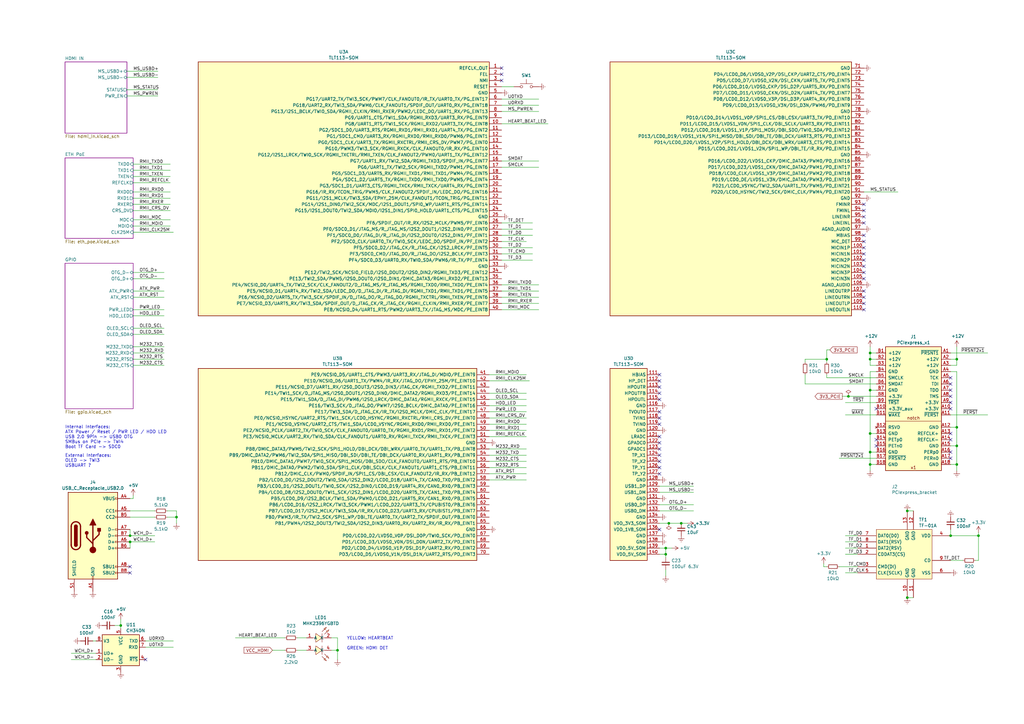
<source format=kicad_sch>
(kicad_sch (version 20231120) (generator "eeschema") (generator_version "8.0")
  (paper "A3")
  (title_block (title "TuKVM Hardware") (company "THU CS Lab"))
  (junction (at 356.87 144.78))
  (junction (at 356.87 147.32))
  (junction (at 372.11 245.11))
  (junction (at 372.11 209.55))
  (junction (at 347.98 162.56))
  (junction (at 53.34 222.25))
  (junction (at 356.87 185.42))
  (junction (at 392.43 190.5))
  (junction (at 49.53 256.54))
  (junction (at 392.43 147.32))
  (junction (at 72.39 212.09))
  (junction (at 356.87 190.5))
  (junction (at 401.32 219.71))
  (junction (at 53.34 219.71))
  (junction (at 273.05 224.79))
  (junction (at 392.43 182.88))
  (junction (at 356.87 177.8))
  (junction (at 392.43 175.26))
  (junction (at 273.05 227.33))
  (junction (at 274.32 214.63))
  (junction (at 138.43 266.7))
  (junction (at 339.09 147.32))
  (junction (at 356.87 160.02))
  (junction (at 389.89 219.71))
  (junction (at 279.4 214.63))
  (no_connect (at 354.33 88.9))
  (no_connect (at 389.89 157.48))
  (no_connect (at 389.89 185.42))
  (no_connect (at 53.34 232.41))
  (no_connect (at 354.33 91.44))
  (no_connect (at 389.89 180.34))
  (no_connect (at 270.51 173.99))
  (no_connect (at 270.51 191.77))
  (no_connect (at 354.33 111.76))
  (no_connect (at 270.51 179.07))
  (no_connect (at 59.69 270.51))
  (no_connect (at 354.33 114.3))
  (no_connect (at 205.74 33.02))
  (no_connect (at 270.51 189.23))
  (no_connect (at 389.89 167.64))
  (no_connect (at 270.51 171.45))
  (no_connect (at 389.89 162.56))
  (no_connect (at 270.51 156.21))
  (no_connect (at 270.51 158.75))
  (no_connect (at 354.33 96.52))
  (no_connect (at 354.33 121.92))
  (no_connect (at 270.51 153.67))
  (no_connect (at 354.33 119.38))
  (no_connect (at 389.89 165.1))
  (no_connect (at 270.51 161.29))
  (no_connect (at 359.41 180.34))
  (no_connect (at 270.51 194.31))
  (no_connect (at 270.51 168.91))
  (no_connect (at 359.41 182.88))
  (no_connect (at 270.51 186.69))
  (no_connect (at 359.41 167.64))
  (no_connect (at 205.74 30.48))
  (no_connect (at 270.51 184.15))
  (no_connect (at 354.33 83.82))
  (no_connect (at 389.89 160.02))
  (no_connect (at 270.51 163.83))
  (no_connect (at 389.89 154.94))
  (no_connect (at 389.89 187.96))
  (no_connect (at 354.33 101.6))
  (no_connect (at 354.33 124.46))
  (no_connect (at 354.33 99.06))
  (no_connect (at 354.33 127))
  (no_connect (at 270.51 181.61))
  (no_connect (at 270.51 217.17))
  (no_connect (at 354.33 104.14))
  (no_connect (at 389.89 177.8))
  (no_connect (at 354.33 86.36))
  (no_connect (at 354.33 106.68))
  (no_connect (at 354.33 109.22))
  (no_connect (at 205.74 27.94))
  (no_connect (at 53.34 234.95))
  (wire (pts (xy 359.41 144.78) (xy 356.87 144.78)))
  (wire (pts (xy 359.41 190.5) (xy 356.87 190.5)))
  (wire (pts (xy 54.61 121.92) (xy 67.31 121.92)))
  (wire (pts (xy 356.87 177.8) (xy 356.87 160.02)))
  (wire (pts (xy 354.33 78.74) (xy 368.3 78.74)))
  (wire (pts (xy 356.87 160.02) (xy 356.87 152.4)))
  (wire (pts (xy 339.09 143.51) (xy 339.09 147.32)))
  (wire (pts (xy 270.51 207.01) (xy 284.48 207.01)))
  (wire (pts (xy 200.66 179.07) (xy 215.9 179.07)))
  (wire (pts (xy 205.74 104.14) (xy 218.44 104.14)))
  (wire (pts (xy 54.61 72.39) (xy 69.85 72.39)))
  (wire (pts (xy 205.74 50.8) (xy 224.79 50.8)))
  (wire (pts (xy 205.74 116.84) (xy 220.98 116.84)))
  (wire (pts (xy 135.89 266.7) (xy 138.43 266.7)))
  (wire (pts (xy 389.89 217.17) (xy 389.89 219.71)))
  (wire (pts (xy 356.87 147.32) (xy 359.41 147.32)))
  (wire (pts (xy 54.61 83.82) (xy 69.85 83.82)))
  (wire (pts (xy 372.11 209.55) (xy 374.65 209.55)))
  (wire (pts (xy 200.66 153.67) (xy 215.9 153.67)))
  (wire (pts (xy 339.09 232.41) (xy 337.82 232.41)))
  (wire (pts (xy 54.61 81.28) (xy 69.85 81.28)))
  (wire (pts (xy 205.74 93.98) (xy 218.44 93.98)))
  (wire (pts (xy 346.71 219.71) (xy 351.79 219.71)))
  (wire (pts (xy 52.07 29.21) (xy 64.77 29.21)))
  (wire (pts (xy 205.74 40.64) (xy 220.98 40.64)))
  (wire (pts (xy 59.69 262.89) (xy 71.12 262.89)))
  (wire (pts (xy 347.98 162.56) (xy 359.41 162.56)))
  (wire (pts (xy 205.74 106.68) (xy 218.44 106.68)))
  (wire (pts (xy 49.53 254) (xy 49.53 256.54)))
  (wire (pts (xy 138.43 261.62) (xy 135.89 261.62)))
  (wire (pts (xy 389.89 144.78) (xy 405.13 144.78)))
  (wire (pts (xy 200.66 156.21) (xy 217.17 156.21)))
  (wire (pts (xy 138.43 266.7) (xy 138.43 261.62)))
  (wire (pts (xy 54.61 147.32) (xy 67.31 147.32)))
  (wire (pts (xy 53.34 217.17) (xy 53.34 219.71)))
  (wire (pts (xy 54.61 67.31) (xy 69.85 67.31)))
  (wire (pts (xy 205.74 35.56) (xy 210.82 35.56)))
  (wire (pts (xy 200.66 176.53) (xy 215.9 176.53)))
  (wire (pts (xy 200.66 168.91) (xy 215.9 168.91)))
  (wire (pts (xy 372.11 245.11) (xy 374.65 245.11)))
  (wire (pts (xy 359.41 185.42) (xy 356.87 185.42)))
  (wire (pts (xy 359.41 177.8) (xy 356.87 177.8)))
  (wire (pts (xy 344.17 187.96) (xy 359.41 187.96)))
  (wire (pts (xy 270.51 201.93) (xy 284.48 201.93)))
  (wire (pts (xy 273.05 227.33) (xy 273.05 228.6)))
  (wire (pts (xy 29.21 267.97) (xy 39.37 267.97)))
  (wire (pts (xy 359.41 160.02) (xy 356.87 160.02)))
  (wire (pts (xy 356.87 149.86) (xy 356.87 147.32)))
  (wire (pts (xy 54.61 204.47) (xy 53.34 204.47)))
  (wire (pts (xy 279.4 214.63) (xy 281.94 214.63)))
  (wire (pts (xy 111.76 266.7) (xy 116.84 266.7)))
  (wire (pts (xy 270.51 227.33) (xy 273.05 227.33)))
  (wire (pts (xy 54.61 142.24) (xy 67.31 142.24)))
  (wire (pts (xy 389.89 182.88) (xy 392.43 182.88)))
  (wire (pts (xy 356.87 190.5) (xy 356.87 185.42)))
  (wire (pts (xy 205.74 68.58) (xy 220.98 68.58)))
  (wire (pts (xy 54.61 137.16) (xy 67.31 137.16)))
  (wire (pts (xy 54.61 74.93) (xy 69.85 74.93)))
  (wire (pts (xy 52.07 36.83) (xy 64.77 36.83)))
  (wire (pts (xy 339.09 154.94) (xy 359.41 154.94)))
  (wire (pts (xy 330.2 157.48) (xy 359.41 157.48)))
  (wire (pts (xy 54.61 95.25) (xy 71.12 95.25)))
  (wire (pts (xy 356.87 193.04) (xy 356.87 190.5)))
  (wire (pts (xy 330.2 147.32) (xy 339.09 147.32)))
  (wire (pts (xy 392.43 147.32) (xy 389.89 147.32)))
  (wire (pts (xy 200.66 186.69) (xy 215.9 186.69)))
  (wire (pts (xy 205.74 121.92) (xy 220.98 121.92)))
  (wire (pts (xy 54.61 90.17) (xy 69.85 90.17)))
  (wire (pts (xy 54.61 119.38) (xy 67.31 119.38)))
  (wire (pts (xy 53.34 212.09) (xy 63.5 212.09)))
  (wire (pts (xy 46.99 256.54) (xy 49.53 256.54)))
  (wire (pts (xy 359.41 149.86) (xy 356.87 149.86)))
  (wire (pts (xy 346.71 224.79) (xy 351.79 224.79)))
  (wire (pts (xy 346.71 227.33) (xy 351.79 227.33)))
  (wire (pts (xy 356.87 185.42) (xy 356.87 177.8)))
  (wire (pts (xy 52.07 31.75) (xy 64.77 31.75)))
  (wire (pts (xy 273.05 233.68) (xy 273.05 236.22)))
  (wire (pts (xy 200.66 171.45) (xy 215.9 171.45)))
  (wire (pts (xy 52.07 39.37) (xy 64.77 39.37)))
  (wire (pts (xy 200.66 166.37) (xy 215.9 166.37)))
  (wire (pts (xy 200.66 191.77) (xy 215.9 191.77)))
  (wire (pts (xy 121.92 261.62) (xy 125.73 261.62)))
  (wire (pts (xy 356.87 147.32) (xy 356.87 144.78)))
  (wire (pts (xy 392.43 152.4) (xy 389.89 152.4)))
  (wire (pts (xy 54.61 149.86) (xy 67.31 149.86)))
  (wire (pts (xy 205.74 99.06) (xy 215.9 99.06)))
  (wire (pts (xy 205.74 45.72) (xy 220.98 45.72)))
  (wire (pts (xy 344.17 232.41) (xy 351.79 232.41)))
  (wire (pts (xy 205.74 96.52) (xy 218.44 96.52)))
  (wire (pts (xy 389.89 190.5) (xy 392.43 190.5)))
  (wire (pts (xy 270.51 209.55) (xy 284.48 209.55)))
  (wire (pts (xy 72.39 209.55) (xy 68.58 209.55)))
  (wire (pts (xy 346.71 222.25) (xy 351.79 222.25)))
  (wire (pts (xy 389.89 219.71) (xy 401.32 219.71)))
  (wire (pts (xy 346.71 234.95) (xy 351.79 234.95)))
  (wire (pts (xy 200.66 161.29) (xy 215.9 161.29)))
  (wire (pts (xy 96.52 261.62) (xy 116.84 261.62)))
  (wire (pts (xy 53.34 219.71) (xy 63.5 219.71)))
  (wire (pts (xy 205.74 91.44) (xy 218.44 91.44)))
  (wire (pts (xy 346.71 165.1) (xy 359.41 165.1)))
  (wire (pts (xy 356.87 144.78) (xy 356.87 142.24)))
  (wire (pts (xy 337.82 232.41) (xy 337.82 231.14)))
  (wire (pts (xy 339.09 143.51) (xy 340.36 143.51)))
  (wire (pts (xy 54.61 78.74) (xy 69.85 78.74)))
  (wire (pts (xy 392.43 152.4) (xy 392.43 175.26)))
  (wire (pts (xy 200.66 163.83) (xy 215.9 163.83)))
  (wire (pts (xy 72.39 212.09) (xy 72.39 209.55)))
  (wire (pts (xy 389.89 175.26) (xy 392.43 175.26)))
  (wire (pts (xy 54.61 69.85) (xy 69.85 69.85)))
  (wire (pts (xy 205.74 119.38) (xy 220.98 119.38)))
  (wire (pts (xy 38.1 262.89) (xy 39.37 262.89)))
  (wire (pts (xy 121.92 266.7) (xy 125.73 266.7)))
  (wire (pts (xy 392.43 193.04) (xy 392.43 190.5)))
  (wire (pts (xy 392.43 182.88) (xy 392.43 190.5)))
  (wire (pts (xy 200.66 196.85) (xy 215.9 196.85)))
  (wire (pts (xy 330.2 153.67) (xy 330.2 157.48)))
  (wire (pts (xy 273.05 224.79) (xy 275.59 224.79)))
  (wire (pts (xy 330.2 148.59) (xy 330.2 147.32)))
  (wire (pts (xy 54.61 86.36) (xy 69.85 86.36)))
  (wire (pts (xy 54.61 114.3) (xy 67.31 114.3)))
  (wire (pts (xy 54.61 111.76) (xy 67.31 111.76)))
  (wire (pts (xy 339.09 154.94) (xy 339.09 153.67)))
  (wire (pts (xy 401.32 218.44) (xy 401.32 219.71)))
  (wire (pts (xy 54.61 134.62) (xy 67.31 134.62)))
  (wire (pts (xy 53.34 222.25) (xy 63.5 222.25)))
  (wire (pts (xy 54.61 144.78) (xy 67.31 144.78)))
  (wire (pts (xy 54.61 203.2) (xy 54.61 204.47)))
  (wire (pts (xy 401.32 219.71) (xy 401.32 229.87)))
  (wire (pts (xy 68.58 212.09) (xy 72.39 212.09)))
  (wire (pts (xy 72.39 214.63) (xy 72.39 212.09)))
  (wire (pts (xy 346.71 170.18) (xy 359.41 170.18)))
  (wire (pts (xy 273.05 227.33) (xy 273.05 224.79)))
  (wire (pts (xy 54.61 127) (xy 67.31 127)))
  (wire (pts (xy 273.05 224.79) (xy 270.51 224.79)))
  (wire (pts (xy 356.87 152.4) (xy 359.41 152.4)))
  (wire (pts (xy 205.74 66.04) (xy 220.98 66.04)))
  (wire (pts (xy 392.43 175.26) (xy 392.43 182.88)))
  (wire (pts (xy 339.09 147.32) (xy 339.09 148.59)))
  (wire (pts (xy 389.89 229.87) (xy 394.97 229.87)))
  (wire (pts (xy 389.89 170.18) (xy 405.13 170.18)))
  (wire (pts (xy 274.32 214.63) (xy 279.4 214.63)))
  (wire (pts (xy 205.74 127) (xy 220.98 127)))
  (wire (pts (xy 53.34 222.25) (xy 53.34 224.79)))
  (wire (pts (xy 205.74 43.18) (xy 220.98 43.18)))
  (wire (pts (xy 392.43 142.24) (xy 392.43 147.32)))
  (wire (pts (xy 205.74 101.6) (xy 218.44 101.6)))
  (wire (pts (xy 205.74 124.46) (xy 220.98 124.46)))
  (wire (pts (xy 200.66 173.99) (xy 215.9 173.99)))
  (wire (pts (xy 138.43 270.51) (xy 138.43 266.7)))
  (wire (pts (xy 270.51 199.39) (xy 284.48 199.39)))
  (wire (pts (xy 389.89 149.86) (xy 392.43 149.86)))
  (wire (pts (xy 392.43 149.86) (xy 392.43 147.32)))
  (wire (pts (xy 200.66 194.31) (xy 215.9 194.31)))
  (wire (pts (xy 345.44 162.56) (xy 347.98 162.56)))
  (wire (pts (xy 54.61 129.54) (xy 67.31 129.54)))
  (wire (pts (xy 53.34 209.55) (xy 63.5 209.55)))
  (wire (pts (xy 29.21 270.51) (xy 39.37 270.51)))
  (wire (pts (xy 54.61 92.71) (xy 69.85 92.71)))
  (wire (pts (xy 200.66 189.23) (xy 215.9 189.23)))
  (wire (pts (xy 200.66 184.15) (xy 215.9 184.15)))
  (wire (pts (xy 49.53 256.54) (xy 49.53 257.81)))
  (wire (pts (xy 59.69 265.43) (xy 71.12 265.43)))
  (wire (pts (xy 270.51 214.63) (xy 274.32 214.63)))
  (wire (pts (xy 401.32 229.87) (xy 400.05 229.87)))
  (text "External Interfaces:\nOLED -> TWI3\nUSBUART ?" (at 26.67 191.77 0) (effects (font (size 1.27 1.27)) (justify left bottom)))
  (text "YELLOW: HEARTBEAT\n\nGREEN: HDMI DET" (at 142.24 266.7 0) (effects (font (size 1.27 1.27)) (justify left bottom)))
  (text "Internal Interfaces:\nATX Power / Reset / PWR LED / HDD LED\nUSB 2.0 9Pin -> USB0 OTG\nSMBus on PCIe -> TWI4\nBoot TF Card -> SDC0" (at 26.67 184.15 0) (effects (font (size 1.27 1.27)) (justify left bottom)))
  (label "SMDAT" (at 354.33 157.48 180))
  (label "RMII_CRS_DV" (at 203.2 171.45 0))
  (label "M232_RXD" (at 203.2 184.15 0))
  (label "RMII_TXD0" (at 57.15 67.31 0))
  (label "RMII_RXER" (at 208.28 124.46 0))
  (label "WCH_D+" (at 30.48 267.97 0))
  (label "M232_TXD" (at 57.15 142.24 0))
  (label "MS_USBD+" (at 274.32 199.39 0))
  (label "U0RXD" (at 60.96 262.89 0))
  (label "ATX_RST" (at 57.15 121.92 0))
  (label "HDD_LED" (at 57.15 129.54 0))
  (label "RMII_RXD0" (at 203.2 173.99 0))
  (label "RMII_TXEN" (at 57.15 72.39 0))
  (label "RMII_RXD0" (at 57.15 78.74 0))
  (label "RMII_RXER" (at 57.15 83.82 0))
  (label "~{PRSNT2x1}" (at 403.86 144.78 180))
  (label "RMII_MDC" (at 208.28 127 0))
  (label "RMII_TXD1" (at 208.28 119.38 0))
  (label "TF_DET" (at 208.28 91.44 0))
  (label "U0RXD" (at 208.28 43.18 0))
  (label "MS_USBD+" (at 54.61 29.21 0))
  (label "SMDAT" (at 208.28 66.04 0))
  (label "RMII_REFCLK" (at 57.15 74.93 0))
  (label "RMII_REFCLK" (at 203.2 179.07 0))
  (label "~{WAKE}" (at 354.33 170.18 180))
  (label "TF_DET" (at 393.7 229.87 180))
  (label "M232_CTS" (at 57.15 149.86 0))
  (label "TF_D0" (at 208.28 96.52 0))
  (label "TF_CLK" (at 208.28 99.06 0))
  (label "M232_RTS" (at 57.15 147.32 0))
  (label "MS_STATUS" (at 54.61 36.83 0))
  (label "M232_RTS" (at 203.2 191.77 0))
  (label "U0TXD" (at 208.28 40.64 0))
  (label "OTG_D-" (at 57.15 114.3 0))
  (label "WCH_D-" (at 30.48 270.51 0))
  (label "RMII_CRS_DV" (at 57.15 86.36 0))
  (label "PWR_LED" (at 203.2 168.91 0))
  (label "TF_D3" (at 208.28 106.68 0))
  (label "TF_D1" (at 347.98 222.25 0))
  (label "OLED_SCL" (at 203.2 161.29 0))
  (label "OTG_D+" (at 57.15 111.76 0))
  (label "ATX_PWR" (at 203.2 196.85 0))
  (label "SMCLK" (at 354.33 154.94 180))
  (label "TF_D1" (at 208.28 93.98 0))
  (label "MS_USBD-" (at 274.32 201.93 0))
  (label "MS_PWREN" (at 208.28 45.72 0))
  (label "HDD_LED" (at 203.2 166.37 0))
  (label "ATX_RST" (at 203.2 194.31 0))
  (label "RMII_TXD0" (at 208.28 116.84 0))
  (label "TF_D0" (at 347.98 219.71 0))
  (label "MS_PWREN" (at 54.61 39.37 0))
  (label "WCH_D-" (at 54.61 219.71 0))
  (label "PWR_LED" (at 57.15 127 0))
  (label "HEART_BEAT_LED" (at 208.28 50.8 0))
  (label "TF_CMD" (at 208.28 104.14 0))
  (label "M232_RXD" (at 57.15 144.78 0))
  (label "OTG_D+" (at 274.32 207.01 0))
  (label "RMII_MDIO" (at 203.2 153.67 0))
  (label "WCH_D+" (at 54.61 222.25 0))
  (label "RMII_TXD1" (at 57.15 69.85 0))
  (label "M232_TXD" (at 203.2 186.69 0))
  (label "M232_CTS" (at 203.2 189.23 0))
  (label "OLED_SDA" (at 203.2 163.83 0))
  (label "MS_USBD-" (at 54.61 31.75 0))
  (label "MS_STATUS" (at 356.87 78.74 0))
  (label "HEART_BEAT_LED" (at 97.79 261.62 0))
  (label "TF_D3" (at 347.98 227.33 0))
  (label "TF_D2" (at 208.28 101.6 0))
  (label "~{PRSNT2x1}" (at 354.33 187.96 180))
  (label "ATX_PWR" (at 57.15 119.38 0))
  (label "RMII_MDC" (at 57.15 90.17 0))
  (label "TF_D2" (at 347.98 224.79 0))
  (label "RMII_CLK25M" (at 57.15 95.25 0))
  (label "OLED_SDA" (at 57.15 137.16 0))
  (label "SMCLK" (at 208.28 68.58 0))
  (label "RMII_RXD1" (at 203.2 176.53 0))
  (label "RMII_MDIO" (at 57.15 92.71 0))
  (label "~{PERST}" (at 394.97 170.18 0))
  (label "~{TRST}" (at 354.33 165.1 180))
  (label "RMII_CLK25M" (at 203.2 156.21 0))
  (label "RMII_TXEN" (at 208.28 121.92 0))
  (label "RMII_RXD1" (at 57.15 81.28 0))
  (label "U0TXD" (at 60.96 265.43 0))
  (label "TF_CLK" (at 347.98 234.95 0))
  (label "TF_CMD" (at 347.98 232.41 0))
  (label "OLED_SCL" (at 57.15 134.62 0))
  (label "OTG_D-" (at 274.32 209.55 0))
  (global_label "VCC_HDMI" (shape input) (at 111.76 266.7 180) (property "Intersheetrefs" "${INTERSHEET_REFS}" (effects (hide yes))))
  (global_label "3V3_PCIE" (shape output) (at 345.44 162.56 180) (property "Intersheetrefs" "${INTERSHEET_REFS}" (effects (hide yes))))
  (global_label "3V3_PCIE" (shape input) (at 340.36 143.51 0) (property "Intersheetrefs" "${INTERSHEET_REFS}" (effects (hide yes))))
  (symbol (lib_id "power:Earth") (at 205.74 38.1 90) (unit 1)
    (property "Reference" "#PWR098" (effects (hide yes)))
    (property "Value" "Earth" (effects (hide yes)))
  )
  (symbol (lib_id "power:Earth") (at 270.51 196.85 90) (unit 1)
    (property "Reference" "#PWR0104" (effects (hide yes)))
    (property "Value" "Earth" (effects (hide yes)))
  )
  (symbol (lib_id "power:Earth") (at 49.53 275.59 0) (unit 1)
    (property "Reference" "#PWR096" (effects (hide yes)))
    (property "Value" "Earth" (effects (hide yes)))
  )
  (symbol (lib_id "power:Earth") (at 354.33 63.5 90) (unit 1)
    (property "Reference" "#PWR0101" (effects (hide yes)))
    (property "Value" "Earth" (effects (hide yes)))
  )
  (symbol (lib_id "Connector:USB_C_Receptacle_USB2.0") (at 38.1 219.71 0) (unit 1)
    (property "Reference" "J4" (at 38.1 197.7857 0))
    (property "Value" "USB_C_Receptacle_USB2.0" (at 38.1 200.2099 0))
    (property "Footprint" "easyeda2kicad:USB-C-TH_TYPE-C-31-M-18" (effects (hide yes)))
    (property "Datasheet" "https://www.usb.org/sites/default/files/documents/usb_type-c.zip" (effects (hide yes)))
  )
  (symbol (lib_id "power:Earth") (at 372.11 245.11 0) (mirror y) (unit 1)
    (property "Reference" "#PWR072" (effects (hide yes)))
    (property "Value" "Earth" (effects (hide yes)))
  )
  (symbol (lib_id "power:Earth") (at 30.48 242.57 0) (unit 1)
    (property "Reference" "#PWR069" (effects (hide yes)))
    (property "Value" "Earth" (effects (hide yes)))
  )
  (symbol (lib_id "power:Earth") (at 392.43 193.04 0) (mirror y) (unit 1)
    (property "Reference" "#PWR029" (effects (hide yes)))
    (property "Value" "Earth" (effects (hide yes)))
  )
  (symbol (lib_id "Interface_USB:CH340N") (at 49.53 265.43 0) (unit 1)
    (property "Reference" "U11" (at 51.7241 256.2057 0) (effects (justify left)))
    (property "Value" "CH340N" (at 51.7241 258.6299 0) (effects (justify left)))
    (property "Footprint" "Package_SO:SOP-8_3.9x4.9mm_P1.27mm" (effects (hide yes)))
    (property "Datasheet" "https://aitendo3.sakura.ne.jp/aitendo_data/product_img/ic/inteface/CH340N/ch340n.pdf" (effects (hide yes)))
  )
  (symbol (lib_id "power:Earth") (at 270.51 212.09 90) (unit 1)
    (property "Reference" "#PWR0106" (effects (hide yes)))
    (property "Value" "Earth" (effects (hide yes)))
  )
  (symbol (lib_id "Device:C_Small") (at 44.45 256.54 270) (unit 1)
    (property "Reference" "C16" (at 44.4436 250.8336 90))
    (property "Value" "100nF" (at 44.4436 253.2578 90))
    (property "Footprint" "Capacitor_SMD:C_0402_1005Metric" (effects (hide yes)))
  )
  (symbol (lib_id "easyeda2kicad:MHK2396YGBTD") (at 130.81 264.16 0) (mirror y) (unit 1)
    (property "Reference" "LED1" (at 131.57 253.2827 0))
    (property "Value" "MHK2396YGBTD" (at 131.57 255.7069 0))
    (property "Footprint" "easyeda2kicad:LED-TH_MHK2396YGBTD" (effects (hide yes)))
    (property "LCSC Part" "C2764899" (effects (hide yes)))
  )
  (symbol (lib_id "power:Earth") (at 354.33 27.94 90) (unit 1)
    (property "Reference" "#PWR099" (effects (hide yes)))
    (property "Value" "Earth" (effects (hide yes)))
  )
  (symbol (lib_id "PCIexpress:PCIexpress_x1") (at 374.65 142.24 0) (unit 1)
    (property "Reference" "J1" (at 374.65 138.0957 0))
    (property "Value" "PCIexpress_x1" (at 374.65 140.5199 0))
    (property "Footprint" "PCIexpress:PCIexpress_x1" (effects (hide yes)))
  )
  (symbol (lib_id "Device:C_Small") (at 279.4 217.17 180) (unit 1)
    (property "Reference" "C43" (at 281.7241 215.9515 0) (effects (justify right)))
    (property "Value" "10uF" (at 281.7241 218.3757 0) (effects (justify right)))
    (property "Footprint" "Capacitor_SMD:C_0603_1608Metric" (effects (hide yes)))
  )
  (symbol (lib_id "Switch:SW_Push") (at 215.9 35.56 0) (unit 1)
    (property "Reference" "SW1" (at 215.9 30.9189 0))
    (property "Value" "SKRK" (effects (hide yes)))
    (property "Footprint" "Button_Switch_SMD:SW_Push_SPST_NO_Alps_SKRK" (effects (hide yes)))
  )
  (symbol (lib_id "power:Earth") (at 354.33 93.98 90) (unit 1)
    (property "Reference" "#PWR0114" (effects (hide yes)))
    (property "Value" "Earth" (effects (hide yes)))
  )
  (symbol (lib_id "power:Earth") (at 138.43 270.51 0) (unit 1)
    (property "Reference" "#PWR080" (effects (hide yes)))
    (property "Value" "Earth" (effects (hide yes)))
  )
  (symbol (lib_id "power:+3.3V") (at 337.82 231.14 0) (unit 1)
    (property "Reference" "#PWR03" (effects (hide yes)))
    (property "Value" "+3.3V" (at 337.82 227.0069 0))
  )
  (symbol (lib_id "Device:R_Small") (at 341.63 232.41 90) (unit 1)
    (property "Reference" "R21" (at 341.63 234.8667 90))
    (property "Value" "10kΩ" (at 341.63 237.2909 90))
    (property "Footprint" "Resistor_SMD:R_0402_1005Metric" (effects (hide yes)))
  )
  (symbol (lib_id "Device:R_Small") (at 330.2 151.13 180) (unit 1)
    (property "Reference" "R31" (at 331.6986 149.9179 0) (effects (justify right)))
    (property "Value" "10kΩ" (at 331.6986 152.3421 0) (effects (justify right)))
    (property "Footprint" "Resistor_SMD:R_0402_1005Metric" (effects (hide yes)))
  )
  (symbol (lib_id "easyeda2kicad:TF-01A") (at 370.84 227.33 0) (unit 1)
    (property "Reference" "TF1" (at 376.8441 213.1527 0) (effects (justify left)))
    (property "Value" "TF-01A" (at 376.8441 215.5769 0) (effects (justify left)))
    (property "Footprint" "easyeda2kicad:TF-SMD_TF-01A" (effects (hide yes)))
    (property "Datasheet" "https://lcsc.com/product-detail/Card-Sockets_TF-01A_C91145.html" (effects (hide yes)))
    (property "LCSC Part" "C91145" (effects (hide yes)))
  )
  (symbol (lib_id "power:Earth") (at 389.89 234.95 90) (mirror x) (unit 1)
    (property "Reference" "#PWR074" (effects (hide yes)))
    (property "Value" "Earth" (effects (hide yes)))
  )
  (symbol (lib_id "power:Earth") (at 372.11 209.55 0) (mirror x) (unit 1)
    (property "Reference" "#PWR073" (effects (hide yes)))
    (property "Value" "Earth" (effects (hide yes)))
  )
  (symbol (lib_id "power:+12V") (at 392.43 142.24 0) (unit 1)
    (property "Reference" "#PWR028" (effects (hide yes)))
    (property "Value" "+12V" (at 392.811 137.8458 0))
  )
  (symbol (lib_id "power:PWR_FLAG") (at 274.32 214.63 180) (unit 1)
    (property "Reference" "#FLG02" (effects (hide yes)))
    (property "Value" "PWR_FLAG" (effects (hide yes)))
  )
  (symbol (lib_id "Device:C_Small") (at 35.56 262.89 270) (unit 1)
    (property "Reference" "C33" (at 35.5536 257.1836 90))
    (property "Value" "100nF" (at 35.5536 259.6078 90))
    (property "Footprint" "Capacitor_SMD:C_0402_1005Metric" (effects (hide yes)))
  )
  (symbol (lib_id "power:Earth") (at 270.51 204.47 90) (unit 1)
    (property "Reference" "#PWR0105" (effects (hide yes)))
    (property "Value" "Earth" (effects (hide yes)))
  )
  (symbol (lib_id "power:Earth") (at 389.89 212.09 0) (mirror x) (unit 1)
    (property "Reference" "#PWR078" (effects (hide yes)))
    (property "Value" "Earth" (effects (hide yes)))
  )
  (symbol (lib_id "power:Earth") (at 279.4 219.71 0) (unit 1)
    (property "Reference" "#PWR039" (effects (hide yes)))
    (property "Value" "Earth" (effects (hide yes)))
  )
  (symbol (lib_id "power:Earth") (at 205.74 109.22 90) (unit 1)
    (property "Reference" "#PWR086" (effects (hide yes)))
    (property "Value" "Earth" (effects (hide yes)))
  )
  (symbol (lib_id "tukvm:TLT113-SOM") (at 245.11 153.67 0) (unit 4)
    (property "Reference" "U3" (at 257.81 146.9857 0))
    (property "Value" "TLT113-SOM" (at 257.81 149.4099 0))
    (property "Footprint" "tukvm:SMD_140P_35X45_SOM_TLT113_PackageLength" (effects (hide yes)))
  )
  (symbol (lib_id "Device:R_Small") (at 119.38 261.62 90) (unit 1)
    (property "Reference" "R23" (at 119.38 256.7391 90))
    (property "Value" "1kΩ" (at 119.38 259.1633 90))
    (property "Footprint" "Resistor_SMD:R_0402_1005Metric" (effects (hide yes)))
  )
  (symbol (lib_id "power:Earth") (at 205.74 88.9 90) (unit 1)
    (property "Reference" "#PWR097" (effects (hide yes)))
    (property "Value" "Earth" (effects (hide yes)))
  )
  (symbol (lib_id "power:Earth") (at 270.51 176.53 90) (unit 1)
    (property "Reference" "#PWR0111" (effects (hide yes)))
    (property "Value" "Earth" (effects (hide yes)))
  )
  (symbol (lib_id "power:Earth") (at 356.87 193.04 0) (mirror y) (unit 1)
    (property "Reference" "#PWR027" (effects (hide yes)))
    (property "Value" "Earth" (effects (hide yes)))
  )
  (symbol (lib_id "Device:R_Small") (at 66.04 209.55 90) (unit 1)
    (property "Reference" "R18" (at 66.04 204.6691 90))
    (property "Value" "5.1kΩ" (at 66.04 207.0933 90))
    (property "Footprint" "Resistor_SMD:R_0402_1005Metric" (effects (hide yes)))
  )
  (symbol (lib_id "power:Earth") (at 200.66 181.61 90) (unit 1)
    (property "Reference" "#PWR085" (effects (hide yes)))
    (property "Value" "Earth" (effects (hide yes)))
  )
  (symbol (lib_id "power:Earth") (at 38.1 242.57 0) (unit 1)
    (property "Reference" "#PWR070" (effects (hide yes)))
    (property "Value" "Earth" (effects (hide yes)))
  )
  (symbol (lib_id "power:Earth") (at 354.33 45.72 90) (unit 1)
    (property "Reference" "#PWR0100" (effects (hide yes)))
    (property "Value" "Earth" (effects (hide yes)))
  )
  (symbol (lib_id "power:Earth") (at 354.33 81.28 90) (unit 1)
    (property "Reference" "#PWR0102" (effects (hide yes)))
    (property "Value" "Earth" (effects (hide yes)))
  )
  (symbol (lib_id "power:Earth") (at 33.02 262.89 270) (unit 1)
    (property "Reference" "#PWR095" (effects (hide yes)))
    (property "Value" "Earth" (effects (hide yes)))
  )
  (symbol (lib_id "power:+5V") (at 275.59 224.79 270) (mirror x) (unit 1)
    (property "Reference" "#PWR075" (effects (hide yes)))
    (property "Value" "+5V" (at 278.7649 224.79 90) (effects (justify left)))
  )
  (symbol (lib_id "Device:R_Small") (at 66.04 212.09 90) (unit 1)
    (property "Reference" "R19" (at 66.04 214.5467 90))
    (property "Value" "5.1kΩ" (at 66.04 216.9709 90))
    (property "Footprint" "Resistor_SMD:R_0402_1005Metric" (effects (hide yes)))
  )
  (symbol (lib_id "power:+3.3V") (at 401.32 218.44 0) (unit 1)
    (property "Reference" "#PWR08" (effects (hide yes)))
    (property "Value" "+3.3V" (at 401.32 214.3069 0))
  )
  (symbol (lib_id "power:PWR_FLAG") (at 347.98 162.56 0) (unit 1)
    (property "Reference" "#FLG08" (effects (hide yes)))
    (property "Value" "PWR_FLAG" (effects (hide yes)))
  )
  (symbol (lib_id "power:Earth") (at 200.66 217.17 90) (unit 1)
    (property "Reference" "#PWR084" (effects (hide yes)))
    (property "Value" "Earth" (effects (hide yes)))
  )
  (symbol (lib_id "power:Earth") (at 72.39 214.63 0) (unit 1)
    (property "Reference" "#PWR068" (effects (hide yes)))
    (property "Value" "Earth" (effects (hide yes)))
  )
  (symbol (lib_id "power:Earth") (at 41.91 256.54 270) (unit 1)
    (property "Reference" "#PWR094" (effects (hide yes)))
    (property "Value" "Earth" (effects (hide yes)))
  )
  (symbol (lib_id "power:Earth") (at 354.33 116.84 90) (unit 1)
    (property "Reference" "#PWR0115" (effects (hide yes)))
    (property "Value" "Earth" (effects (hide yes)))
  )
  (symbol (lib_id "power:Earth") (at 270.51 219.71 90) (unit 1)
    (property "Reference" "#PWR0107" (effects (hide yes)))
    (property "Value" "Earth" (effects (hide yes)))
  )
  (symbol (lib_id "power:+5V") (at 49.53 254 0) (unit 1)
    (property "Reference" "#PWR093" (effects (hide yes)))
    (property "Value" "+5V" (at 49.53 249.8669 0))
  )
  (symbol (lib_id "Device:R_Small") (at 397.51 229.87 90) (unit 1)
    (property "Reference" "R20" (at 397.51 232.3267 90))
    (property "Value" "10kΩ" (at 397.51 234.7509 90))
    (property "Footprint" "Resistor_SMD:R_0402_1005Metric" (effects (hide yes)))
  )
  (symbol (lib_id "tukvm:TLT113-SOM") (at 245.11 27.94 0) (unit 3)
    (property "Reference" "U3" (at 299.72 21.2557 0))
    (property "Value" "TLT113-SOM" (at 299.72 23.6799 0))
    (property "Footprint" "tukvm:SMD_140P_35X45_SOM_TLT113_PackageLength" (effects (hide yes)))
  )
  (symbol (lib_id "power:Earth") (at 270.51 166.37 90) (unit 1)
    (property "Reference" "#PWR0103" (effects (hide yes)))
    (property "Value" "Earth" (effects (hide yes)))
  )
  (symbol (lib_id "PCIexpress:PCIexpress_bracket") (at 364.49 198.12 0) (unit 1)
    (property "Reference" "J2" (at 365.76 199.6186 0) (effects (justify left)))
    (property "Value" "PCIexpress_bracket" (at 365.76 201.93 0) (effects (justify left)))
    (property "Footprint" "PCIexpress:PCIexpress_bracket_low" (effects (hide yes)))
  )
  (symbol (lib_id "power:Earth") (at 273.05 236.22 0) (unit 1)
    (property "Reference" "#PWR0110" (effects (hide yes)))
    (property "Value" "Earth" (effects (hide yes)))
  )
  (symbol (lib_id "tukvm:TLT113-SOM") (at 76.2 27.94 0) (unit 1)
    (property "Reference" "U3" (at 140.97 21.2557 0))
    (property "Value" "TLT113-SOM" (at 140.97 23.6799 0))
    (property "Footprint" "tukvm:SMD_140P_35X45_SOM_TLT113_PackageLength" (effects (hide yes)))
  )
  (symbol (lib_id "power:+5V") (at 54.61 203.2 0) (unit 1)
    (property "Reference" "#PWR071" (effects (hide yes)))
    (property "Value" "+5V" (at 54.61 199.0669 0))
  )
  (symbol (lib_id "Device:R_Small") (at 339.09 151.13 180) (unit 1)
    (property "Reference" "R30" (at 340.5886 149.9179 0) (effects (justify right)))
    (property "Value" "10kΩ" (at 340.5886 152.3421 0) (effects (justify right)))
    (property "Footprint" "Resistor_SMD:R_0402_1005Metric" (effects (hide yes)))
  )
  (symbol (lib_id "power:+12V") (at 356.87 142.24 0) (unit 1)
    (property "Reference" "#PWR026" (effects (hide yes)))
    (property "Value" "+12V" (at 357.251 137.8458 0))
  )
  (symbol (lib_id "power:Earth") (at 270.51 222.25 90) (unit 1)
    (property "Reference" "#PWR0108" (effects (hide yes)))
    (property "Value" "Earth" (effects (hide yes)))
  )
  (symbol (lib_id "Device:C_Small") (at 389.89 214.63 180) (unit 1)
    (property "Reference" "C32" (at 392.2141 213.4115 0) (effects (justify right)))
    (property "Value" "100nF" (at 392.2141 215.8357 0) (effects (justify right)))
    (property "Footprint" "Capacitor_SMD:C_0402_1005Metric" (effects (hide yes)))
  )
  (symbol (lib_id "power:+3.3V") (at 281.94 214.63 270) (unit 1)
    (property "Reference" "#PWR09" (effects (hide yes)))
    (property "Value" "+3.3V" (at 285.115 214.63 90) (effects (justify left)))
  )
  (symbol (lib_id "tukvm:TLT113-SOM") (at 76.2 153.67 0) (unit 2)
    (property "Reference" "U3" (at 138.43 146.9857 0))
    (property "Value" "TLT113-SOM" (at 138.43 149.4099 0))
    (property "Footprint" "tukvm:SMD_140P_35X45_SOM_TLT113_PackageLength" (effects (hide yes)))
  )
  (symbol (lib_id "Device:R_Small") (at 119.38 266.7 90) (unit 1)
    (property "Reference" "R26" (at 119.38 269.1567 90))
    (property "Value" "2.2kΩ" (at 119.38 271.5809 90))
    (property "Footprint" "Resistor_SMD:R_0402_1005Metric" (effects (hide yes)))
  )
  (symbol (lib_id "power:Earth") (at 220.98 35.56 90) (unit 1)
    (property "Reference" "#PWR0112" (effects (hide yes)))
    (property "Value" "Earth" (effects (hide yes)))
  )
  (symbol (lib_id "Device:C_Small") (at 273.05 231.14 0) (unit 1)
    (property "Reference" "C23" (at 275.3741 229.9342 0) (effects (justify left)))
    (property "Value" "100uF 6.3V" (at 275.3741 232.3584 0) (effects (justify left)))
    (property "Footprint" "Capacitor_SMD:C_1206_3216Metric" (effects (hide yes)))
  )
  (sheet (at 26.67 107.95) (size 27.94 59.69) (stroke (width 0.1524) (color 132 0 132 1)) (fill (color 255 255 255 0.0000))
    (property "Sheetname" "GPIO" (at 26.67 107.2384 0) (effects (justify left bottom)))
    (property "Sheetfile" "gpio.kicad_sch" (at 26.67 168.2246 0) (effects (justify left top)))
    (pin "OTG_D-" bidirectional (at 54.61 111.76 0))
    (pin "OTG_D+" bidirectional (at 54.61 114.3 0))
    (pin "ATX_PWR" input (at 54.61 119.38 0))
    (pin "ATX_RST" input (at 54.61 121.92 0))
    (pin "PWR_LED" output (at 54.61 127 0))
    (pin "HDD_LED" output (at 54.61 129.54 0))
    (pin "OLED_SCL" input (at 54.61 134.62 0))
    (pin "OLED_SDA" bidirectional (at 54.61 137.16 0))
    (pin "M232_CTS" input (at 54.61 149.86 0))
    (pin "M232_RXD" input (at 54.61 144.78 0))
    (pin "M232_RTS" output (at 54.61 147.32 0))
    (pin "M232_TXD" output (at 54.61 142.24 0))
  )
  (sheet (at 26.67 25.4) (size 25.4 29.21) (stroke (width 0.1524) (color 132 0 132 1)) (fill (color 255 255 255 0.0000))
    (property "Sheetname" "HDMI IN" (at 26.67 24.6884 0) (effects (justify left bottom)))
    (property "Sheetfile" "hdmi_in.kicad_sch" (at 26.67 55.1946 0) (effects (justify left top)))
    (pin "MS_USBD+" bidirectional (at 52.07 29.21 0))
    (pin "MS_USBD-" bidirectional (at 52.07 31.75 0))
    (pin "STATUS" output (at 52.07 36.83 0))
    (pin "PWR_EN" input (at 52.07 39.37 0))
  )
  (sheet (at 26.67 64.77) (size 27.94 33.02) (stroke (width 0.1524) (color 132 0 132 1)) (fill (color 255 255 255 0.0000))
    (property "Sheetname" "ETH PoE" (at 26.67 64.0584 0) (effects (justify left bottom)))
    (property "Sheetfile" "eth_poe.kicad_sch" (at 26.67 98.3746 0) (effects (justify left top)))
    (pin "TXD0" input (at 54.61 67.31 0))
    (pin "TXD1" input (at 54.61 69.85 0))
    (pin "CLK25M" input (at 54.61 95.25 0))
    (pin "CRS_DV" output (at 54.61 86.36 0))
    (pin "RXD0" output (at 54.61 78.74 0))
    (pin "RXD1" output (at 54.61 81.28 0))
    (pin "RXER" output (at 54.61 83.82 0))
    (pin "MDIO" bidirectional (at 54.61 92.71 0))
    (pin "MDC" input (at 54.61 90.17 0))
    (pin "TXEN" input (at 54.61 72.39 0))
    (pin "REFCLK" output (at 54.61 74.93 0))
  )
)
</source>
